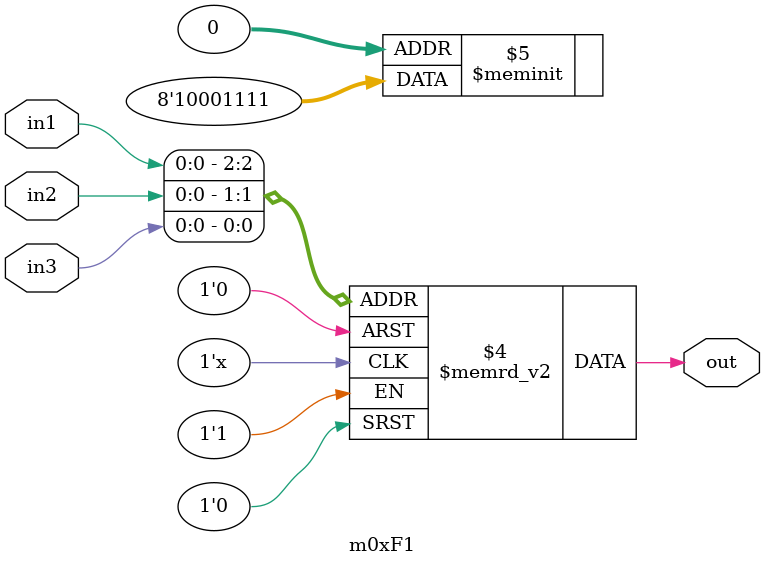
<source format=v>
module m0xF1(output out, input in1, in2, in3);

   always @(in1, in2, in3)
	 begin
		case({in1, in2, in3})
		  3'b000: {out} = 1'b1;
		  3'b001: {out} = 1'b1;
		  3'b010: {out} = 1'b1;
		  3'b011: {out} = 1'b1;
		  3'b100: {out} = 1'b0;
		  3'b101: {out} = 1'b0;
		  3'b110: {out} = 1'b0;
		  3'b111: {out} = 1'b1;
		endcase // case ({in1, in2, in3})
	 end // always @ (in1, in2, in3)

endmodule // m0xF1
</source>
